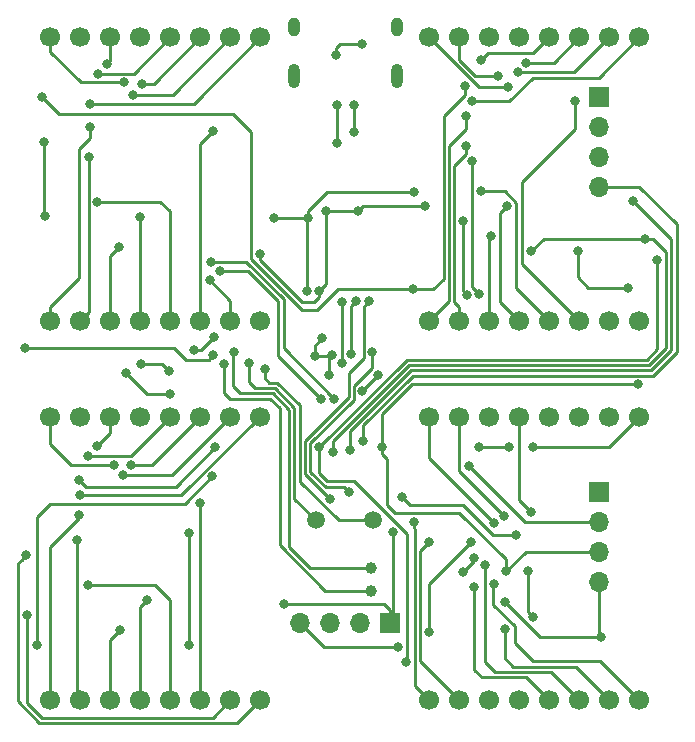
<source format=gbr>
G04 #@! TF.GenerationSoftware,KiCad,Pcbnew,5.1.5+dfsg1-2build2*
G04 #@! TF.CreationDate,2021-09-03T17:34:20+08:00*
G04 #@! TF.ProjectId,lattice_screen,6c617474-6963-4655-9f73-637265656e2e,rev?*
G04 #@! TF.SameCoordinates,Original*
G04 #@! TF.FileFunction,Copper,L2,Bot*
G04 #@! TF.FilePolarity,Positive*
%FSLAX46Y46*%
G04 Gerber Fmt 4.6, Leading zero omitted, Abs format (unit mm)*
G04 Created by KiCad (PCBNEW 5.1.5+dfsg1-2build2) date 2021-09-03 17:34:20*
%MOMM*%
%LPD*%
G04 APERTURE LIST*
%ADD10C,1.700000*%
%ADD11O,1.700000X1.700000*%
%ADD12R,1.700000X1.700000*%
%ADD13O,1.000000X1.600000*%
%ADD14O,1.000000X2.100000*%
%ADD15C,1.000000*%
%ADD16C,1.500000*%
%ADD17C,0.800000*%
%ADD18C,0.250000*%
G04 APERTURE END LIST*
D10*
X143180000Y-100100000D03*
X143180000Y-124100000D03*
X145720000Y-100100000D03*
X145720000Y-124100000D03*
X148260000Y-100100000D03*
X148260000Y-124100000D03*
X150800000Y-100100000D03*
X150800000Y-124100000D03*
X153340000Y-100100000D03*
X153340000Y-124100000D03*
X155880000Y-100100000D03*
X155880000Y-124100000D03*
X158420000Y-100100000D03*
X158420000Y-124100000D03*
X160960000Y-100100000D03*
X160960000Y-124100000D03*
X111080000Y-100100000D03*
X111080000Y-124100000D03*
X113620000Y-100100000D03*
X113620000Y-124100000D03*
X116160000Y-100100000D03*
X116160000Y-124100000D03*
X118700000Y-100100000D03*
X118700000Y-124100000D03*
X121240000Y-100100000D03*
X121240000Y-124100000D03*
X123780000Y-100100000D03*
X123780000Y-124100000D03*
X126320000Y-100100000D03*
X126320000Y-124100000D03*
X128860000Y-100100000D03*
X128860000Y-124100000D03*
X143180000Y-68000000D03*
X143180000Y-92000000D03*
X145720000Y-68000000D03*
X145720000Y-92000000D03*
X148260000Y-68000000D03*
X148260000Y-92000000D03*
X150800000Y-68000000D03*
X150800000Y-92000000D03*
X153340000Y-68000000D03*
X153340000Y-92000000D03*
X155880000Y-68000000D03*
X155880000Y-92000000D03*
X158420000Y-68000000D03*
X158420000Y-92000000D03*
X160960000Y-68000000D03*
X160960000Y-92000000D03*
X111080000Y-68000000D03*
X111080000Y-92000000D03*
X113620000Y-68000000D03*
X113620000Y-92000000D03*
X116160000Y-68000000D03*
X116160000Y-92000000D03*
X118700000Y-68000000D03*
X118700000Y-92000000D03*
X121240000Y-68000000D03*
X121240000Y-92000000D03*
X123780000Y-68000000D03*
X123780000Y-92000000D03*
X126320000Y-68000000D03*
X126320000Y-92000000D03*
X128860000Y-68000000D03*
X128860000Y-92000000D03*
D11*
X157556200Y-80645000D03*
X157556200Y-78105000D03*
X157556200Y-75565000D03*
D12*
X157556200Y-73025000D03*
X139852400Y-117576600D03*
D11*
X137312400Y-117576600D03*
X134772400Y-117576600D03*
X132232400Y-117576600D03*
D12*
X157556200Y-106451400D03*
D11*
X157556200Y-108991400D03*
X157556200Y-111531400D03*
X157556200Y-114071400D03*
D13*
X131773200Y-67098200D03*
X140413200Y-67098200D03*
D14*
X140413200Y-71278200D03*
X131773200Y-71278200D03*
D15*
X138252200Y-112928400D03*
X138252200Y-114828400D03*
D16*
X133578600Y-108889800D03*
X138458600Y-108889800D03*
D17*
X132943200Y-83287000D03*
X117525800Y-96393000D03*
X121234200Y-98196400D03*
X150545800Y-110083600D03*
X130860800Y-116001800D03*
X140893800Y-106908600D03*
X140106400Y-109880400D03*
X132857997Y-89440010D03*
X141870200Y-81102200D03*
X130048000Y-83286600D03*
X134442200Y-82727800D03*
X137134600Y-82727800D03*
X157759400Y-118795800D03*
X149580601Y-115773200D03*
X134112000Y-93472000D03*
X133477000Y-94970600D03*
X134992021Y-94857884D03*
X118795800Y-95656400D03*
X121158000Y-96266000D03*
X140577400Y-119634000D03*
X134672733Y-96607439D03*
X133858000Y-89440010D03*
X142824200Y-82296000D03*
X128828800Y-86334600D03*
X110591600Y-76809600D03*
X110667800Y-83108800D03*
X126669800Y-94588600D03*
X125831600Y-95605600D03*
X127965200Y-95588600D03*
X129286000Y-96088600D03*
X124905600Y-94919800D03*
X108991400Y-94310200D03*
X136361400Y-106444790D03*
X138346333Y-94638591D03*
X134772400Y-107033787D03*
X138125200Y-90297000D03*
X146583400Y-104241600D03*
X138868442Y-96538601D03*
X137526562Y-97931438D03*
X141833600Y-89331800D03*
X125069600Y-102666800D03*
X113563400Y-105486200D03*
X146177000Y-72136000D03*
X110388400Y-72999600D03*
X149707600Y-113182400D03*
X135128000Y-98602800D03*
X139217400Y-102692200D03*
X122885200Y-109931200D03*
X122885200Y-119456200D03*
X160858200Y-97350430D03*
X160045400Y-89179400D03*
X155752800Y-86106000D03*
X124739400Y-86969600D03*
X137617200Y-102172600D03*
X134035800Y-98628200D03*
X125450600Y-87757000D03*
X136499600Y-102920800D03*
X124822453Y-105162853D03*
X109982000Y-119456200D03*
X160401000Y-81813400D03*
X135026400Y-103073200D03*
X151841200Y-86106000D03*
X161417000Y-85039200D03*
X141240200Y-120878600D03*
X133850228Y-102692200D03*
X162509200Y-86842600D03*
X135356600Y-73685400D03*
X135356600Y-76936600D03*
X135255000Y-69494400D03*
X137490200Y-68580000D03*
X136829800Y-73710800D03*
X136855200Y-76022200D03*
X123291600Y-94476400D03*
X124968000Y-93345000D03*
X135813800Y-95538611D03*
X135813800Y-90398600D03*
X136601200Y-94818200D03*
X136956800Y-90347800D03*
X151968200Y-102666800D03*
X149936200Y-102666800D03*
X147396200Y-102666800D03*
X141935200Y-108991400D03*
X143146646Y-110751754D03*
X148640800Y-114249200D03*
X146989627Y-112098821D03*
X146041905Y-113241295D03*
X147015200Y-114503200D03*
X149580601Y-118059200D03*
X146729190Y-110718600D03*
X143140210Y-118364000D03*
X151561800Y-113182400D03*
X151942800Y-117043200D03*
X149479000Y-108483400D03*
X148691600Y-109143800D03*
X151765000Y-108153200D03*
X147904200Y-112674400D03*
X155524200Y-73406000D03*
X151407564Y-70168600D03*
X150682564Y-70942200D03*
X149834600Y-72186800D03*
X149758400Y-82296000D03*
X148985000Y-71221600D03*
X148437600Y-84836000D03*
X146422980Y-89765358D03*
X146024600Y-83566000D03*
X147535000Y-81026000D03*
X147535000Y-69926200D03*
X147421600Y-89712800D03*
X146810000Y-78486000D03*
X146329400Y-77216000D03*
X146304000Y-74676000D03*
X146810000Y-73406000D03*
X123774200Y-107391200D03*
X117975000Y-104161469D03*
X117250000Y-105054400D03*
X116498200Y-104165400D03*
X119278400Y-115646200D03*
X116967000Y-118186200D03*
X115048200Y-102629753D03*
X109093000Y-116916200D03*
X114300000Y-114376200D03*
X114323200Y-103440400D03*
X109067600Y-111836200D03*
X113385600Y-110566200D03*
X113563400Y-108407200D03*
X113598200Y-106756200D03*
X114438600Y-73625626D03*
X114438600Y-75539600D03*
X114350800Y-78079600D03*
X115163600Y-71069200D03*
X115087400Y-81889600D03*
X124587000Y-88569800D03*
X115897999Y-70286453D03*
X116941600Y-85699600D03*
X118694200Y-83159600D03*
X117348000Y-71805800D03*
X118099999Y-72847200D03*
X118824999Y-71932800D03*
X124841000Y-75946000D03*
D18*
X119329200Y-98196400D02*
X121234200Y-98196400D01*
X117525800Y-96393000D02*
X119329200Y-98196400D01*
X139377600Y-116001800D02*
X130860800Y-116001800D01*
X139852400Y-116476600D02*
X139377600Y-116001800D01*
X139852400Y-117576600D02*
X139852400Y-116476600D01*
X150545800Y-110083600D02*
X148558398Y-110083600D01*
X148558398Y-110083600D02*
X146082999Y-107608201D01*
X141593401Y-107608201D02*
X140893800Y-106908600D01*
X146082999Y-107608201D02*
X141593401Y-107608201D01*
X140106400Y-117322600D02*
X139852400Y-117576600D01*
X140106400Y-109880400D02*
X140106400Y-117322600D01*
X132857997Y-83372203D02*
X132943200Y-83287000D01*
X132857997Y-89440010D02*
X132857997Y-83372203D01*
X134562315Y-81102200D02*
X141870200Y-81102200D01*
X132943200Y-82721315D02*
X134562315Y-81102200D01*
X132943200Y-83287000D02*
X132943200Y-82721315D01*
X130048400Y-83287000D02*
X130048000Y-83286600D01*
X132943200Y-83287000D02*
X130048400Y-83287000D01*
X134442200Y-82727800D02*
X137134600Y-82727800D01*
X157556200Y-118592600D02*
X157759400Y-118795800D01*
X157556200Y-114071400D02*
X157556200Y-118592600D01*
X152603201Y-118795800D02*
X149580601Y-115773200D01*
X157759400Y-118795800D02*
X152603201Y-118795800D01*
X133477000Y-94107000D02*
X134112000Y-93472000D01*
X133477000Y-94970600D02*
X133477000Y-94107000D01*
X134879305Y-94970600D02*
X134992021Y-94857884D01*
X133477000Y-94970600D02*
X134879305Y-94970600D01*
X120548400Y-95656400D02*
X121158000Y-96266000D01*
X118795800Y-95656400D02*
X120548400Y-95656400D01*
X134289800Y-119634000D02*
X132232400Y-117576600D01*
X140577400Y-119634000D02*
X134289800Y-119634000D01*
X134672733Y-95177172D02*
X134992021Y-94857884D01*
X134672733Y-96607439D02*
X134672733Y-95177172D01*
X134442200Y-88855810D02*
X134442200Y-82727800D01*
X133858000Y-89440010D02*
X134442200Y-88855810D01*
X137566400Y-82296000D02*
X137134600Y-82727800D01*
X142824200Y-82296000D02*
X137566400Y-82296000D01*
X133465095Y-90398600D02*
X132410200Y-90398600D01*
X133858000Y-90005695D02*
X133465095Y-90398600D01*
X133858000Y-89440010D02*
X133858000Y-90005695D01*
X128828800Y-86817200D02*
X128828800Y-86334600D01*
X132410200Y-90398600D02*
X128828800Y-86817200D01*
X110591600Y-83032600D02*
X110667800Y-83108800D01*
X110591600Y-76809600D02*
X110591600Y-83032600D01*
X131318000Y-99515790D02*
X129929600Y-98127390D01*
X129929600Y-98127390D02*
X127184990Y-98127390D01*
X126593600Y-97536000D02*
X126593600Y-94716600D01*
X127184990Y-98127390D02*
X126593600Y-97536000D01*
X138252200Y-112928400D02*
X133121400Y-112928400D01*
X131318000Y-111125000D02*
X131318000Y-99515790D01*
X133121400Y-112928400D02*
X131318000Y-111125000D01*
X130556000Y-99390200D02*
X129743200Y-98577400D01*
X129743200Y-98577400D02*
X126339600Y-98577400D01*
X125831600Y-98069400D02*
X125831600Y-95605600D01*
X126339600Y-98577400D02*
X125831600Y-98069400D01*
X130556000Y-110999410D02*
X130556000Y-99390200D01*
X134384990Y-114828400D02*
X130556000Y-110999410D01*
X138252200Y-114828400D02*
X134384990Y-114828400D01*
X127965200Y-97205800D02*
X128436780Y-97677380D01*
X127965200Y-95588600D02*
X127965200Y-97205800D01*
X130116001Y-97677381D02*
X131775200Y-99336580D01*
X128436780Y-97677380D02*
X130116001Y-97677381D01*
X131775200Y-107086400D02*
X133578600Y-108889800D01*
X131775200Y-99336580D02*
X131775200Y-107086400D01*
X138458600Y-108889800D02*
X135501810Y-108889800D01*
X132225209Y-99150179D02*
X130302400Y-97227372D01*
X132225210Y-105613200D02*
X132225209Y-99150179D01*
X135501810Y-108889800D02*
X132225210Y-105613200D01*
X130302400Y-97227372D02*
X129641600Y-97227371D01*
X129286000Y-96871771D02*
X129286000Y-96088600D01*
X129641600Y-97227371D02*
X129286000Y-96871771D01*
X124505601Y-95319799D02*
X122624799Y-95319799D01*
X124905600Y-94919800D02*
X124505601Y-95319799D01*
X121615200Y-94310200D02*
X108991400Y-94310200D01*
X122624799Y-95319799D02*
X121615200Y-94310200D01*
X135961401Y-106044791D02*
X134419814Y-106044791D01*
X136361400Y-106444790D02*
X135961401Y-106044791D01*
X134419814Y-106044791D02*
X133125228Y-104750205D01*
X136801561Y-98667865D02*
X136801561Y-97513439D01*
X133125227Y-102344199D02*
X136801561Y-98667865D01*
X133125228Y-104750205D02*
X133125227Y-102344199D01*
X138346333Y-95968667D02*
X138346333Y-94638591D01*
X136801561Y-97513439D02*
X138346333Y-95968667D01*
X134772400Y-107033787D02*
X132675218Y-104936605D01*
X136351551Y-98452251D02*
X136351551Y-96388649D01*
X132675218Y-102128584D02*
X136351551Y-98452251D01*
X132675218Y-104936605D02*
X132675218Y-102128584D01*
X136351551Y-96388649D02*
X137621332Y-95118868D01*
X137621332Y-90800868D02*
X138125200Y-90297000D01*
X137621332Y-95118868D02*
X137621332Y-90800868D01*
X151333200Y-108991400D02*
X146583400Y-104241600D01*
X157556200Y-108991400D02*
X151333200Y-108991400D01*
X138868442Y-96589558D02*
X137526562Y-97931438D01*
X138868442Y-96538601D02*
X138868442Y-96589558D01*
X114108399Y-106031199D02*
X113563400Y-105486200D01*
X121705201Y-106031199D02*
X114108399Y-106031199D01*
X125069600Y-102666800D02*
X121705201Y-106031199D01*
X141833600Y-89331800D02*
X143510579Y-89331800D01*
X143510579Y-89331800D02*
X144399579Y-88442800D01*
X144399579Y-88442800D02*
X144399579Y-74650021D01*
X146177000Y-72872600D02*
X146177000Y-72136000D01*
X144399579Y-74650021D02*
X146177000Y-72872600D01*
X141833600Y-89331800D02*
X135432800Y-89331800D01*
X135432800Y-89331800D02*
X133680200Y-91084400D01*
X133680200Y-91084400D02*
X132438420Y-91084400D01*
X128103799Y-86749779D02*
X128103799Y-75982999D01*
X132438420Y-91084400D02*
X128103799Y-86749779D01*
X128103799Y-75982999D02*
X126568200Y-74447400D01*
X111836200Y-74447400D02*
X110388400Y-72999600D01*
X126568200Y-74447400D02*
X111836200Y-74447400D01*
X151358600Y-111531400D02*
X157556200Y-111531400D01*
X149707600Y-113182400D02*
X151358600Y-111531400D01*
X149707600Y-113182400D02*
X149707600Y-112191800D01*
X149707600Y-112191800D02*
X145745200Y-108229400D01*
X145745200Y-108229400D02*
X140309600Y-108229400D01*
X140309600Y-108229400D02*
X139649200Y-107569000D01*
X135128000Y-98602800D02*
X130853610Y-94328410D01*
X139649200Y-103689685D02*
X139649200Y-107569000D01*
X139217400Y-103257885D02*
X139649200Y-103689685D01*
X139217400Y-102692200D02*
X139217400Y-103257885D01*
X122885200Y-109931200D02*
X122885200Y-119456200D01*
X139217400Y-102692200D02*
X139217400Y-99870668D01*
X141737638Y-97350430D02*
X160858200Y-97350430D01*
X139217400Y-99870668D02*
X141737638Y-97350430D01*
X160045400Y-89179400D02*
X156616400Y-89179400D01*
X155752800Y-88315800D02*
X155752800Y-86106000D01*
X156616400Y-89179400D02*
X155752800Y-88315800D01*
X127687210Y-86969600D02*
X124739400Y-86969600D01*
X130853610Y-90136000D02*
X127687210Y-86969600D01*
X130853610Y-94328410D02*
X130853610Y-90136000D01*
X134035800Y-98628200D02*
X130403600Y-94996000D01*
X137617200Y-102172600D02*
X137617200Y-100834458D01*
X137617200Y-100834458D02*
X141826229Y-96625429D01*
X164134221Y-94645209D02*
X164134221Y-83819421D01*
X162154002Y-96625428D02*
X164134221Y-94645209D01*
X141826229Y-96625429D02*
X162154002Y-96625428D01*
X160959800Y-80645000D02*
X157556200Y-80645000D01*
X164134221Y-83819421D02*
X160959800Y-80645000D01*
X130403600Y-90322400D02*
X127838200Y-87757000D01*
X130403600Y-94996000D02*
X130403600Y-90322400D01*
X127838200Y-87757000D02*
X125450600Y-87757000D01*
X122504105Y-107481201D02*
X111085799Y-107481201D01*
X124822453Y-105162853D02*
X122504105Y-107481201D01*
X109982000Y-108585000D02*
X109982000Y-119456200D01*
X111085799Y-107481201D02*
X109982000Y-108585000D01*
X136499600Y-102920800D02*
X136499600Y-101315648D01*
X136499600Y-101315648D02*
X141639829Y-96175419D01*
X163684211Y-85096611D02*
X160401000Y-81813400D01*
X163684211Y-94458809D02*
X163684211Y-85096611D01*
X161967601Y-96175419D02*
X163684211Y-94458809D01*
X141639829Y-96175419D02*
X161967601Y-96175419D01*
X135026400Y-103073200D02*
X135026400Y-103053988D01*
X135026400Y-103073200D02*
X135026400Y-102152438D01*
X135026400Y-102152438D02*
X141453429Y-95725409D01*
X163234201Y-94272409D02*
X163234201Y-86145201D01*
X161781202Y-95725408D02*
X163234201Y-94272409D01*
X141453429Y-95725409D02*
X161781202Y-95725408D01*
X162128200Y-85039200D02*
X161417000Y-85039200D01*
X163234201Y-86145201D02*
X162128200Y-85039200D01*
X152908000Y-85039200D02*
X161417000Y-85039200D01*
X151841200Y-86106000D02*
X152908000Y-85039200D01*
X136836002Y-105537000D02*
X134548433Y-105537000D01*
X141302401Y-110003399D02*
X136836002Y-105537000D01*
X141302401Y-120800199D02*
X141302401Y-110003399D01*
X141240200Y-120862400D02*
X141302401Y-120800199D01*
X141240200Y-120878600D02*
X141240200Y-120862400D01*
X133850228Y-104838795D02*
X133850228Y-102692200D01*
X134548433Y-105537000D02*
X133850228Y-104838795D01*
X133850228Y-102692200D02*
X133850228Y-103257885D01*
X133850228Y-102692200D02*
X141267029Y-95275399D01*
X141267029Y-95275399D02*
X161594801Y-95275399D01*
X162509200Y-94361000D02*
X162509200Y-86842600D01*
X161594801Y-95275399D02*
X162509200Y-94361000D01*
X135356600Y-73685400D02*
X135356600Y-76936600D01*
X135255000Y-68928715D02*
X135603715Y-68580000D01*
X135255000Y-69494400D02*
X135255000Y-68928715D01*
X135603715Y-68580000D02*
X137490200Y-68580000D01*
X136829800Y-75996800D02*
X136855200Y-76022200D01*
X136829800Y-73710800D02*
X136829800Y-75996800D01*
X123836600Y-94476400D02*
X124968000Y-93345000D01*
X123291600Y-94476400D02*
X123836600Y-94476400D01*
X135813800Y-95538611D02*
X135813800Y-90398600D01*
X136601200Y-90703400D02*
X136956800Y-90347800D01*
X136601200Y-94818200D02*
X136601200Y-90703400D01*
X158393200Y-102666800D02*
X151968200Y-102666800D01*
X160960000Y-100100000D02*
X158393200Y-102666800D01*
X149936200Y-102666800D02*
X147396200Y-102666800D01*
X142330001Y-123250001D02*
X143180000Y-124100000D01*
X141965200Y-122885200D02*
X142330001Y-123250001D01*
X141965200Y-109587085D02*
X141965200Y-122885200D01*
X141935200Y-109557085D02*
X141965200Y-109587085D01*
X141935200Y-108991400D02*
X141935200Y-109557085D01*
X145720000Y-124100000D02*
X142415210Y-120795210D01*
X142415210Y-111483190D02*
X143146646Y-110751754D01*
X142415210Y-120795210D02*
X142415210Y-111483190D01*
X160960000Y-124100000D02*
X157669590Y-120809590D01*
X157669590Y-120809590D02*
X151975390Y-120809590D01*
X151975390Y-120809590D02*
X150418800Y-119253000D01*
X150418800Y-117824397D02*
X148621603Y-116027200D01*
X150418800Y-119253000D02*
X150418800Y-117824397D01*
X148621603Y-114268397D02*
X148640800Y-114249200D01*
X148621603Y-116027200D02*
X148621603Y-114268397D01*
X146989627Y-112293573D02*
X146041905Y-113241295D01*
X146989627Y-112098821D02*
X146989627Y-112293573D01*
X153340000Y-124100000D02*
X151414000Y-122174000D01*
X151414000Y-122174000D02*
X147624800Y-122174000D01*
X147015200Y-121564400D02*
X147015200Y-114503200D01*
X147624800Y-122174000D02*
X147015200Y-121564400D01*
X149580601Y-120548401D02*
X149580601Y-118059200D01*
X150306180Y-121273980D02*
X149580601Y-120548401D01*
X151191820Y-121273980D02*
X150306180Y-121273980D01*
X151206200Y-121259600D02*
X151191820Y-121273980D01*
X155579600Y-121259600D02*
X151206200Y-121259600D01*
X158420000Y-124100000D02*
X155579600Y-121259600D01*
X143140210Y-114307580D02*
X143140210Y-118364000D01*
X146729190Y-110718600D02*
X143140210Y-114307580D01*
X151561800Y-116662200D02*
X151942800Y-117043200D01*
X151561800Y-113182400D02*
X151561800Y-116662200D01*
X145720000Y-104724400D02*
X149479000Y-108483400D01*
X145720000Y-100100000D02*
X145720000Y-104724400D01*
X143180000Y-103632200D02*
X148691600Y-109143800D01*
X143180000Y-100100000D02*
X143180000Y-103632200D01*
X150800000Y-107188200D02*
X151765000Y-108153200D01*
X150800000Y-100100000D02*
X150800000Y-107188200D01*
X155880000Y-124100000D02*
X153503990Y-121723990D01*
X153503990Y-121723990D02*
X148749590Y-121723990D01*
X148749590Y-121723990D02*
X147878800Y-120853200D01*
X147878800Y-112699800D02*
X147904200Y-112674400D01*
X147878800Y-120853200D02*
X147878800Y-112699800D01*
X155880000Y-92000000D02*
X151021210Y-87141210D01*
X151021210Y-87141210D02*
X151021210Y-80245790D01*
X155524200Y-75742800D02*
X155524200Y-73406000D01*
X151021210Y-80245790D02*
X155524200Y-75742800D01*
X153711400Y-70168600D02*
X151407564Y-70168600D01*
X155880000Y-68000000D02*
X153711400Y-70168600D01*
X155477800Y-70942200D02*
X150682564Y-70942200D01*
X158420000Y-68000000D02*
X155477800Y-70942200D01*
X147366800Y-72186800D02*
X149834600Y-72186800D01*
X143180000Y-68000000D02*
X147366800Y-72186800D01*
X150800000Y-92000000D02*
X149162601Y-90362601D01*
X149162601Y-82891799D02*
X149758400Y-82296000D01*
X149162601Y-90362601D02*
X149162601Y-82891799D01*
X148941600Y-71221600D02*
X148985000Y-71221600D01*
X145720000Y-68000000D02*
X145720000Y-69903590D01*
X147038010Y-71221600D02*
X148985000Y-71221600D01*
X145720000Y-69903590D02*
X147038010Y-71221600D01*
X148260000Y-85013600D02*
X148437600Y-84836000D01*
X148260000Y-92000000D02*
X148260000Y-85013600D01*
X146022981Y-83567619D02*
X146024600Y-83566000D01*
X146022981Y-89365359D02*
X146022981Y-83567619D01*
X146422980Y-89765358D02*
X146022981Y-89365359D01*
X149561402Y-81026000D02*
X150571200Y-82035798D01*
X147535000Y-81026000D02*
X149561402Y-81026000D01*
X150571200Y-89231200D02*
X153340000Y-92000000D01*
X150571200Y-82035798D02*
X150571200Y-89231200D01*
X153340000Y-68000000D02*
X151998000Y-69342000D01*
X148119200Y-69342000D02*
X147535000Y-69926200D01*
X151998000Y-69342000D02*
X148119200Y-69342000D01*
X146810000Y-89101200D02*
X146810000Y-78486000D01*
X147421600Y-89712800D02*
X146810000Y-89101200D01*
X145299599Y-90377518D02*
X145299599Y-78923399D01*
X145720000Y-90797919D02*
X145299599Y-90377518D01*
X145720000Y-92000000D02*
X145720000Y-90797919D01*
X146329400Y-77893598D02*
X146329400Y-77216000D01*
X145299599Y-78923399D02*
X146329400Y-77893598D01*
X143180000Y-92000000D02*
X144849589Y-90330411D01*
X144849589Y-90330411D02*
X144849589Y-77197211D01*
X146304000Y-75742800D02*
X146304000Y-74676000D01*
X144849589Y-77197211D02*
X146304000Y-75742800D01*
X157567791Y-71392209D02*
X151975391Y-71392209D01*
X160960000Y-68000000D02*
X157567791Y-71392209D01*
X149961600Y-73406000D02*
X146810000Y-73406000D01*
X151975391Y-71392209D02*
X149961600Y-73406000D01*
X123780000Y-107397000D02*
X123774200Y-107391200D01*
X123780000Y-124100000D02*
X123780000Y-107397000D01*
X123780000Y-100316200D02*
X123780000Y-100100000D01*
X119718531Y-104161469D02*
X117975000Y-104161469D01*
X123780000Y-100100000D02*
X119718531Y-104161469D01*
X121365600Y-105054400D02*
X126320000Y-100100000D01*
X117250000Y-105054400D02*
X121365600Y-105054400D01*
X116498200Y-104165400D02*
X112852200Y-104165400D01*
X111080000Y-102393200D02*
X111080000Y-100100000D01*
X112852200Y-104165400D02*
X111080000Y-102393200D01*
X118700000Y-116224600D02*
X119278400Y-115646200D01*
X118700000Y-124100000D02*
X118700000Y-116224600D01*
X116160000Y-118993200D02*
X116967000Y-118186200D01*
X116160000Y-124100000D02*
X116160000Y-118993200D01*
X116160000Y-101517953D02*
X115048200Y-102629753D01*
X116160000Y-100100000D02*
X116160000Y-101517953D01*
X126320000Y-124100000D02*
X124842400Y-125577600D01*
X124842400Y-125577600D02*
X110363000Y-125577600D01*
X109093000Y-124307600D02*
X109093000Y-116916200D01*
X110363000Y-125577600D02*
X109093000Y-124307600D01*
X121240000Y-124100000D02*
X121240000Y-115626600D01*
X121240000Y-115626600D02*
X119989600Y-114376200D01*
X119989600Y-114376200D02*
X114300000Y-114376200D01*
X117899600Y-103440400D02*
X114323200Y-103440400D01*
X121240000Y-100100000D02*
X117899600Y-103440400D01*
X108667601Y-112236199D02*
X109067600Y-111836200D01*
X108367999Y-112535801D02*
X108667601Y-112236199D01*
X108367999Y-124219009D02*
X108367999Y-112535801D01*
X110176599Y-126027609D02*
X108367999Y-124219009D01*
X126932391Y-126027609D02*
X110176599Y-126027609D01*
X128860000Y-124100000D02*
X126932391Y-126027609D01*
X113385600Y-123865600D02*
X113620000Y-124100000D01*
X113385600Y-110566200D02*
X113385600Y-123865600D01*
X111080000Y-124100000D02*
X111080000Y-111144600D01*
X113563400Y-108661200D02*
X113563400Y-108407200D01*
X111080000Y-111144600D02*
X113563400Y-108661200D01*
X122203800Y-106756200D02*
X113598200Y-106756200D01*
X128860000Y-100100000D02*
X122203800Y-106756200D01*
X123234374Y-73625626D02*
X114438600Y-73625626D01*
X128860000Y-68000000D02*
X123234374Y-73625626D01*
X111080000Y-90797919D02*
X113538000Y-88339919D01*
X111080000Y-92000000D02*
X111080000Y-90797919D01*
X113538000Y-88339919D02*
X113538000Y-77419200D01*
X114438600Y-76518600D02*
X114438600Y-75539600D01*
X113538000Y-77419200D02*
X114438600Y-76518600D01*
X113620000Y-92000000D02*
X114362399Y-91257601D01*
X114362399Y-78091199D02*
X114350800Y-78079600D01*
X114362399Y-91257601D02*
X114362399Y-78091199D01*
X121240000Y-68000000D02*
X118170800Y-71069200D01*
X118170800Y-71069200D02*
X115163600Y-71069200D01*
X121240000Y-92000000D02*
X121240000Y-82733600D01*
X120396000Y-81889600D02*
X115087400Y-81889600D01*
X121240000Y-82733600D02*
X120396000Y-81889600D01*
X126320000Y-90302800D02*
X124587000Y-88569800D01*
X126320000Y-92000000D02*
X126320000Y-90302800D01*
X116160000Y-70024452D02*
X115897999Y-70286453D01*
X116160000Y-68000000D02*
X116160000Y-70024452D01*
X116160000Y-86481200D02*
X116941600Y-85699600D01*
X116160000Y-92000000D02*
X116160000Y-86481200D01*
X118700000Y-83165400D02*
X118694200Y-83159600D01*
X118700000Y-92000000D02*
X118700000Y-83165400D01*
X111080000Y-69202081D02*
X113683719Y-71805800D01*
X111080000Y-68000000D02*
X111080000Y-69202081D01*
X113683719Y-71805800D02*
X117348000Y-71805800D01*
X121472800Y-72847200D02*
X118099999Y-72847200D01*
X126320000Y-68000000D02*
X121472800Y-72847200D01*
X119847200Y-71932800D02*
X118824999Y-71932800D01*
X123780000Y-68000000D02*
X119847200Y-71932800D01*
X123780000Y-77007000D02*
X124841000Y-75946000D01*
X123780000Y-92000000D02*
X123780000Y-77007000D01*
M02*

</source>
